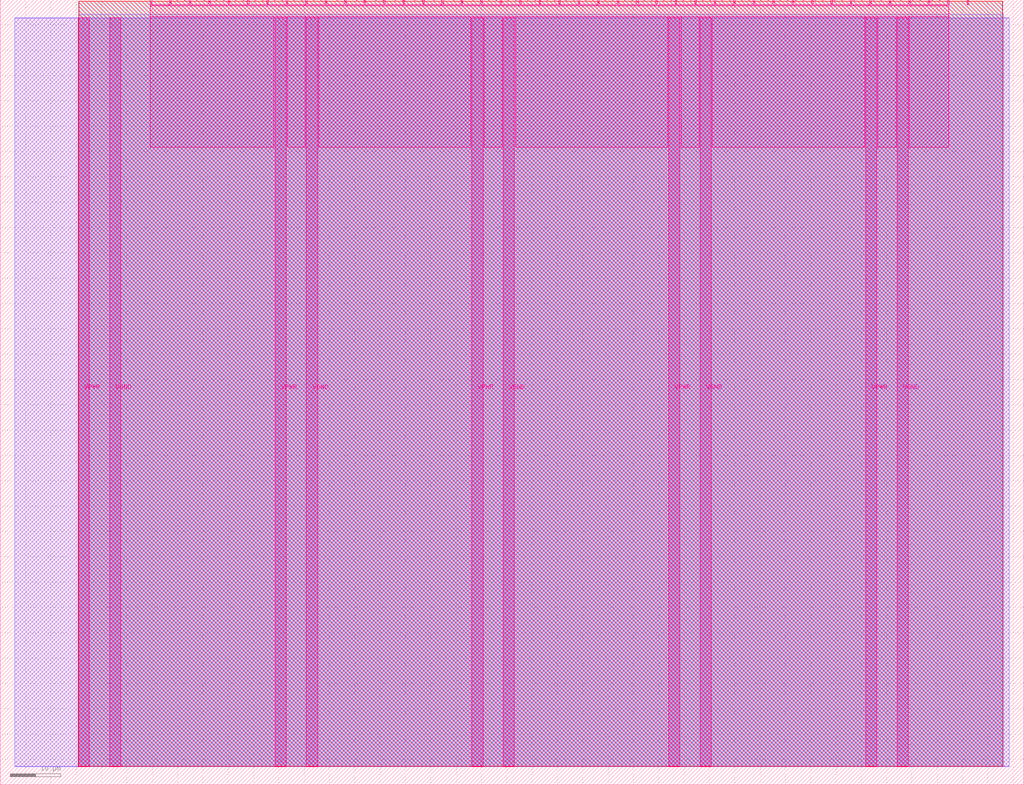
<source format=lef>
VERSION 5.7 ;
  NOWIREEXTENSIONATPIN ON ;
  DIVIDERCHAR "/" ;
  BUSBITCHARS "[]" ;
MACRO tt_um_wokwi_group_9
  CLASS BLOCK ;
  FOREIGN tt_um_wokwi_group_9 ;
  ORIGIN 0.000 0.000 ;
  SIZE 202.080 BY 154.980 ;
  PIN VGND
    DIRECTION INOUT ;
    USE GROUND ;
    PORT
      LAYER Metal5 ;
        RECT 21.580 3.560 23.780 151.420 ;
    END
    PORT
      LAYER Metal5 ;
        RECT 60.450 3.560 62.650 151.420 ;
    END
    PORT
      LAYER Metal5 ;
        RECT 99.320 3.560 101.520 151.420 ;
    END
    PORT
      LAYER Metal5 ;
        RECT 138.190 3.560 140.390 151.420 ;
    END
    PORT
      LAYER Metal5 ;
        RECT 177.060 3.560 179.260 151.420 ;
    END
  END VGND
  PIN VPWR
    DIRECTION INOUT ;
    USE POWER ;
    PORT
      LAYER Metal5 ;
        RECT 15.380 3.560 17.580 151.420 ;
    END
    PORT
      LAYER Metal5 ;
        RECT 54.250 3.560 56.450 151.420 ;
    END
    PORT
      LAYER Metal5 ;
        RECT 93.120 3.560 95.320 151.420 ;
    END
    PORT
      LAYER Metal5 ;
        RECT 131.990 3.560 134.190 151.420 ;
    END
    PORT
      LAYER Metal5 ;
        RECT 170.860 3.560 173.060 151.420 ;
    END
  END VPWR
  PIN clk
    DIRECTION INPUT ;
    USE SIGNAL ;
    ANTENNAGATEAREA 0.426400 ;
    PORT
      LAYER Metal5 ;
        RECT 187.050 153.980 187.350 154.980 ;
    END
  END clk
  PIN ena
    DIRECTION INPUT ;
    USE SIGNAL ;
    PORT
      LAYER Metal5 ;
        RECT 190.890 153.980 191.190 154.980 ;
    END
  END ena
  PIN rst_n
    DIRECTION INPUT ;
    USE SIGNAL ;
    PORT
      LAYER Metal5 ;
        RECT 183.210 153.980 183.510 154.980 ;
    END
  END rst_n
  PIN ui_in[0]
    DIRECTION INPUT ;
    USE SIGNAL ;
    ANTENNAGATEAREA 0.607100 ;
    PORT
      LAYER Metal5 ;
        RECT 179.370 153.980 179.670 154.980 ;
    END
  END ui_in[0]
  PIN ui_in[1]
    DIRECTION INPUT ;
    USE SIGNAL ;
    ANTENNAGATEAREA 0.607100 ;
    PORT
      LAYER Metal5 ;
        RECT 175.530 153.980 175.830 154.980 ;
    END
  END ui_in[1]
  PIN ui_in[2]
    DIRECTION INPUT ;
    USE SIGNAL ;
    ANTENNAGATEAREA 0.180700 ;
    PORT
      LAYER Metal5 ;
        RECT 171.690 153.980 171.990 154.980 ;
    END
  END ui_in[2]
  PIN ui_in[3]
    DIRECTION INPUT ;
    USE SIGNAL ;
    ANTENNAGATEAREA 0.426400 ;
    PORT
      LAYER Metal5 ;
        RECT 167.850 153.980 168.150 154.980 ;
    END
  END ui_in[3]
  PIN ui_in[4]
    DIRECTION INPUT ;
    USE SIGNAL ;
    ANTENNAGATEAREA 0.213200 ;
    PORT
      LAYER Metal5 ;
        RECT 164.010 153.980 164.310 154.980 ;
    END
  END ui_in[4]
  PIN ui_in[5]
    DIRECTION INPUT ;
    USE SIGNAL ;
    ANTENNAGATEAREA 0.213200 ;
    PORT
      LAYER Metal5 ;
        RECT 160.170 153.980 160.470 154.980 ;
    END
  END ui_in[5]
  PIN ui_in[6]
    DIRECTION INPUT ;
    USE SIGNAL ;
    ANTENNAGATEAREA 0.213200 ;
    PORT
      LAYER Metal5 ;
        RECT 156.330 153.980 156.630 154.980 ;
    END
  END ui_in[6]
  PIN ui_in[7]
    DIRECTION INPUT ;
    USE SIGNAL ;
    ANTENNAGATEAREA 0.213200 ;
    PORT
      LAYER Metal5 ;
        RECT 152.490 153.980 152.790 154.980 ;
    END
  END ui_in[7]
  PIN uio_in[0]
    DIRECTION INPUT ;
    USE SIGNAL ;
    ANTENNAGATEAREA 0.180700 ;
    PORT
      LAYER Metal5 ;
        RECT 148.650 153.980 148.950 154.980 ;
    END
  END uio_in[0]
  PIN uio_in[1]
    DIRECTION INPUT ;
    USE SIGNAL ;
    ANTENNAGATEAREA 0.213200 ;
    PORT
      LAYER Metal5 ;
        RECT 144.810 153.980 145.110 154.980 ;
    END
  END uio_in[1]
  PIN uio_in[2]
    DIRECTION INPUT ;
    USE SIGNAL ;
    ANTENNAGATEAREA 0.180700 ;
    PORT
      LAYER Metal5 ;
        RECT 140.970 153.980 141.270 154.980 ;
    END
  END uio_in[2]
  PIN uio_in[3]
    DIRECTION INPUT ;
    USE SIGNAL ;
    ANTENNAGATEAREA 0.180700 ;
    PORT
      LAYER Metal5 ;
        RECT 137.130 153.980 137.430 154.980 ;
    END
  END uio_in[3]
  PIN uio_in[4]
    DIRECTION INPUT ;
    USE SIGNAL ;
    PORT
      LAYER Metal5 ;
        RECT 133.290 153.980 133.590 154.980 ;
    END
  END uio_in[4]
  PIN uio_in[5]
    DIRECTION INPUT ;
    USE SIGNAL ;
    PORT
      LAYER Metal5 ;
        RECT 129.450 153.980 129.750 154.980 ;
    END
  END uio_in[5]
  PIN uio_in[6]
    DIRECTION INPUT ;
    USE SIGNAL ;
    PORT
      LAYER Metal5 ;
        RECT 125.610 153.980 125.910 154.980 ;
    END
  END uio_in[6]
  PIN uio_in[7]
    DIRECTION INPUT ;
    USE SIGNAL ;
    PORT
      LAYER Metal5 ;
        RECT 121.770 153.980 122.070 154.980 ;
    END
  END uio_in[7]
  PIN uio_oe[0]
    DIRECTION OUTPUT ;
    USE SIGNAL ;
    ANTENNADIFFAREA 0.299200 ;
    PORT
      LAYER Metal5 ;
        RECT 56.490 153.980 56.790 154.980 ;
    END
  END uio_oe[0]
  PIN uio_oe[1]
    DIRECTION OUTPUT ;
    USE SIGNAL ;
    ANTENNADIFFAREA 0.299200 ;
    PORT
      LAYER Metal5 ;
        RECT 52.650 153.980 52.950 154.980 ;
    END
  END uio_oe[1]
  PIN uio_oe[2]
    DIRECTION OUTPUT ;
    USE SIGNAL ;
    ANTENNADIFFAREA 0.299200 ;
    PORT
      LAYER Metal5 ;
        RECT 48.810 153.980 49.110 154.980 ;
    END
  END uio_oe[2]
  PIN uio_oe[3]
    DIRECTION OUTPUT ;
    USE SIGNAL ;
    ANTENNADIFFAREA 0.299200 ;
    PORT
      LAYER Metal5 ;
        RECT 44.970 153.980 45.270 154.980 ;
    END
  END uio_oe[3]
  PIN uio_oe[4]
    DIRECTION OUTPUT ;
    USE SIGNAL ;
    ANTENNADIFFAREA 0.299200 ;
    PORT
      LAYER Metal5 ;
        RECT 41.130 153.980 41.430 154.980 ;
    END
  END uio_oe[4]
  PIN uio_oe[5]
    DIRECTION OUTPUT ;
    USE SIGNAL ;
    ANTENNADIFFAREA 0.299200 ;
    PORT
      LAYER Metal5 ;
        RECT 37.290 153.980 37.590 154.980 ;
    END
  END uio_oe[5]
  PIN uio_oe[6]
    DIRECTION OUTPUT ;
    USE SIGNAL ;
    ANTENNADIFFAREA 0.299200 ;
    PORT
      LAYER Metal5 ;
        RECT 33.450 153.980 33.750 154.980 ;
    END
  END uio_oe[6]
  PIN uio_oe[7]
    DIRECTION OUTPUT ;
    USE SIGNAL ;
    ANTENNADIFFAREA 0.299200 ;
    PORT
      LAYER Metal5 ;
        RECT 29.610 153.980 29.910 154.980 ;
    END
  END uio_oe[7]
  PIN uio_out[0]
    DIRECTION OUTPUT ;
    USE SIGNAL ;
    ANTENNADIFFAREA 0.299200 ;
    PORT
      LAYER Metal5 ;
        RECT 87.210 153.980 87.510 154.980 ;
    END
  END uio_out[0]
  PIN uio_out[1]
    DIRECTION OUTPUT ;
    USE SIGNAL ;
    ANTENNADIFFAREA 0.299200 ;
    PORT
      LAYER Metal5 ;
        RECT 83.370 153.980 83.670 154.980 ;
    END
  END uio_out[1]
  PIN uio_out[2]
    DIRECTION OUTPUT ;
    USE SIGNAL ;
    ANTENNADIFFAREA 0.299200 ;
    PORT
      LAYER Metal5 ;
        RECT 79.530 153.980 79.830 154.980 ;
    END
  END uio_out[2]
  PIN uio_out[3]
    DIRECTION OUTPUT ;
    USE SIGNAL ;
    ANTENNADIFFAREA 0.299200 ;
    PORT
      LAYER Metal5 ;
        RECT 75.690 153.980 75.990 154.980 ;
    END
  END uio_out[3]
  PIN uio_out[4]
    DIRECTION OUTPUT ;
    USE SIGNAL ;
    ANTENNADIFFAREA 0.299200 ;
    PORT
      LAYER Metal5 ;
        RECT 71.850 153.980 72.150 154.980 ;
    END
  END uio_out[4]
  PIN uio_out[5]
    DIRECTION OUTPUT ;
    USE SIGNAL ;
    ANTENNADIFFAREA 0.299200 ;
    PORT
      LAYER Metal5 ;
        RECT 68.010 153.980 68.310 154.980 ;
    END
  END uio_out[5]
  PIN uio_out[6]
    DIRECTION OUTPUT ;
    USE SIGNAL ;
    ANTENNADIFFAREA 0.299200 ;
    PORT
      LAYER Metal5 ;
        RECT 64.170 153.980 64.470 154.980 ;
    END
  END uio_out[6]
  PIN uio_out[7]
    DIRECTION OUTPUT ;
    USE SIGNAL ;
    ANTENNADIFFAREA 0.299200 ;
    PORT
      LAYER Metal5 ;
        RECT 60.330 153.980 60.630 154.980 ;
    END
  END uio_out[7]
  PIN uo_out[0]
    DIRECTION OUTPUT ;
    USE SIGNAL ;
    ANTENNADIFFAREA 1.102800 ;
    PORT
      LAYER Metal5 ;
        RECT 117.930 153.980 118.230 154.980 ;
    END
  END uo_out[0]
  PIN uo_out[1]
    DIRECTION OUTPUT ;
    USE SIGNAL ;
    ANTENNADIFFAREA 1.102800 ;
    PORT
      LAYER Metal5 ;
        RECT 114.090 153.980 114.390 154.980 ;
    END
  END uo_out[1]
  PIN uo_out[2]
    DIRECTION OUTPUT ;
    USE SIGNAL ;
    ANTENNADIFFAREA 1.102800 ;
    PORT
      LAYER Metal5 ;
        RECT 110.250 153.980 110.550 154.980 ;
    END
  END uo_out[2]
  PIN uo_out[3]
    DIRECTION OUTPUT ;
    USE SIGNAL ;
    ANTENNADIFFAREA 1.102800 ;
    PORT
      LAYER Metal5 ;
        RECT 106.410 153.980 106.710 154.980 ;
    END
  END uo_out[3]
  PIN uo_out[4]
    DIRECTION OUTPUT ;
    USE SIGNAL ;
    ANTENNADIFFAREA 1.102800 ;
    PORT
      LAYER Metal5 ;
        RECT 102.570 153.980 102.870 154.980 ;
    END
  END uo_out[4]
  PIN uo_out[5]
    DIRECTION OUTPUT ;
    USE SIGNAL ;
    ANTENNADIFFAREA 1.135700 ;
    PORT
      LAYER Metal5 ;
        RECT 98.730 153.980 99.030 154.980 ;
    END
  END uo_out[5]
  PIN uo_out[6]
    DIRECTION OUTPUT ;
    USE SIGNAL ;
    ANTENNADIFFAREA 1.102800 ;
    PORT
      LAYER Metal5 ;
        RECT 94.890 153.980 95.190 154.980 ;
    END
  END uo_out[6]
  PIN uo_out[7]
    DIRECTION OUTPUT ;
    USE SIGNAL ;
    ANTENNADIFFAREA 1.135700 ;
    PORT
      LAYER Metal5 ;
        RECT 91.050 153.980 91.350 154.980 ;
    END
  END uo_out[7]
  OBS
      LAYER GatPoly ;
        RECT 2.880 3.630 199.200 151.350 ;
      LAYER Metal1 ;
        RECT 2.880 3.560 199.200 151.420 ;
      LAYER Metal2 ;
        RECT 15.515 3.680 198.145 152.140 ;
      LAYER Metal3 ;
        RECT 15.560 3.635 197.860 154.705 ;
      LAYER Metal4 ;
        RECT 15.515 3.680 197.905 154.660 ;
      LAYER Metal5 ;
        RECT 30.120 153.770 33.240 153.980 ;
        RECT 33.960 153.770 37.080 153.980 ;
        RECT 37.800 153.770 40.920 153.980 ;
        RECT 41.640 153.770 44.760 153.980 ;
        RECT 45.480 153.770 48.600 153.980 ;
        RECT 49.320 153.770 52.440 153.980 ;
        RECT 53.160 153.770 56.280 153.980 ;
        RECT 57.000 153.770 60.120 153.980 ;
        RECT 60.840 153.770 63.960 153.980 ;
        RECT 64.680 153.770 67.800 153.980 ;
        RECT 68.520 153.770 71.640 153.980 ;
        RECT 72.360 153.770 75.480 153.980 ;
        RECT 76.200 153.770 79.320 153.980 ;
        RECT 80.040 153.770 83.160 153.980 ;
        RECT 83.880 153.770 87.000 153.980 ;
        RECT 87.720 153.770 90.840 153.980 ;
        RECT 91.560 153.770 94.680 153.980 ;
        RECT 95.400 153.770 98.520 153.980 ;
        RECT 99.240 153.770 102.360 153.980 ;
        RECT 103.080 153.770 106.200 153.980 ;
        RECT 106.920 153.770 110.040 153.980 ;
        RECT 110.760 153.770 113.880 153.980 ;
        RECT 114.600 153.770 117.720 153.980 ;
        RECT 118.440 153.770 121.560 153.980 ;
        RECT 122.280 153.770 125.400 153.980 ;
        RECT 126.120 153.770 129.240 153.980 ;
        RECT 129.960 153.770 133.080 153.980 ;
        RECT 133.800 153.770 136.920 153.980 ;
        RECT 137.640 153.770 140.760 153.980 ;
        RECT 141.480 153.770 144.600 153.980 ;
        RECT 145.320 153.770 148.440 153.980 ;
        RECT 149.160 153.770 152.280 153.980 ;
        RECT 153.000 153.770 156.120 153.980 ;
        RECT 156.840 153.770 159.960 153.980 ;
        RECT 160.680 153.770 163.800 153.980 ;
        RECT 164.520 153.770 167.640 153.980 ;
        RECT 168.360 153.770 171.480 153.980 ;
        RECT 172.200 153.770 175.320 153.980 ;
        RECT 176.040 153.770 179.160 153.980 ;
        RECT 179.880 153.770 183.000 153.980 ;
        RECT 183.720 153.770 186.840 153.980 ;
        RECT 29.660 151.630 187.300 153.770 ;
        RECT 29.660 125.855 54.040 151.630 ;
        RECT 56.660 125.855 60.240 151.630 ;
        RECT 62.860 125.855 92.910 151.630 ;
        RECT 95.530 125.855 99.110 151.630 ;
        RECT 101.730 125.855 131.780 151.630 ;
        RECT 134.400 125.855 137.980 151.630 ;
        RECT 140.600 125.855 170.650 151.630 ;
        RECT 173.270 125.855 176.850 151.630 ;
        RECT 179.470 125.855 187.300 151.630 ;
  END
END tt_um_wokwi_group_9
END LIBRARY


</source>
